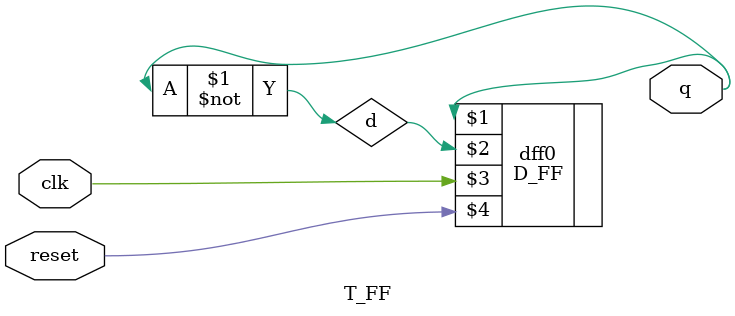
<source format=v>
module T_FF(q, clk, reset);
    //pin declarition
    output q;
    input clk, reset;
    wire d;
    //using a D flip flop to implement a T flip flop
    D_FF dff0(q, d, clk, reset);
    not nl(d, q);
endmodule
</source>
